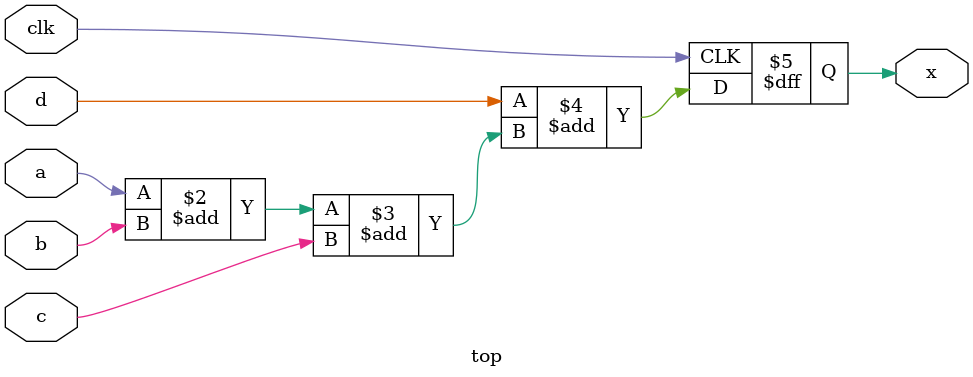
<source format=v>
module top(input clk,input a,input b,input c,input d,output x);
reg x,y,z;
always @(posedge clk)
begin
z = a + b;
y = z + c;
x = d + y;
end
endmodule

</source>
